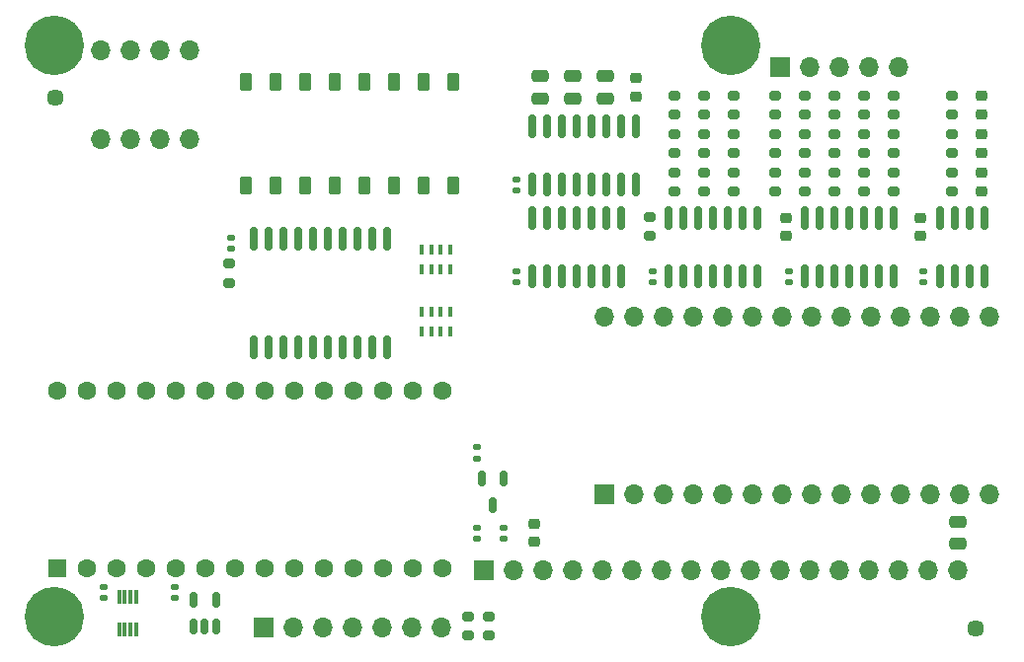
<source format=gbr>
%TF.GenerationSoftware,KiCad,Pcbnew,9.0.0*%
%TF.CreationDate,2025-03-24T16:34:57+00:00*%
%TF.ProjectId,SimplifiedInstallModule,53696d70-6c69-4666-9965-64496e737461,01*%
%TF.SameCoordinates,Original*%
%TF.FileFunction,Soldermask,Top*%
%TF.FilePolarity,Negative*%
%FSLAX46Y46*%
G04 Gerber Fmt 4.6, Leading zero omitted, Abs format (unit mm)*
G04 Created by KiCad (PCBNEW 9.0.0) date 2025-03-24 16:34:57*
%MOMM*%
%LPD*%
G01*
G04 APERTURE LIST*
G04 Aperture macros list*
%AMRoundRect*
0 Rectangle with rounded corners*
0 $1 Rounding radius*
0 $2 $3 $4 $5 $6 $7 $8 $9 X,Y pos of 4 corners*
0 Add a 4 corners polygon primitive as box body*
4,1,4,$2,$3,$4,$5,$6,$7,$8,$9,$2,$3,0*
0 Add four circle primitives for the rounded corners*
1,1,$1+$1,$2,$3*
1,1,$1+$1,$4,$5*
1,1,$1+$1,$6,$7*
1,1,$1+$1,$8,$9*
0 Add four rect primitives between the rounded corners*
20,1,$1+$1,$2,$3,$4,$5,0*
20,1,$1+$1,$4,$5,$6,$7,0*
20,1,$1+$1,$6,$7,$8,$9,0*
20,1,$1+$1,$8,$9,$2,$3,0*%
G04 Aperture macros list end*
%ADD10RoundRect,0.140000X-0.170000X0.140000X-0.170000X-0.140000X0.170000X-0.140000X0.170000X0.140000X0*%
%ADD11RoundRect,0.200000X-0.275000X0.200000X-0.275000X-0.200000X0.275000X-0.200000X0.275000X0.200000X0*%
%ADD12RoundRect,0.150000X0.150000X-0.825000X0.150000X0.825000X-0.150000X0.825000X-0.150000X-0.825000X0*%
%ADD13RoundRect,0.250000X0.475000X-0.250000X0.475000X0.250000X-0.475000X0.250000X-0.475000X-0.250000X0*%
%ADD14RoundRect,0.200000X0.275000X-0.200000X0.275000X0.200000X-0.275000X0.200000X-0.275000X-0.200000X0*%
%ADD15RoundRect,0.150000X0.150000X-0.875000X0.150000X0.875000X-0.150000X0.875000X-0.150000X-0.875000X0*%
%ADD16RoundRect,0.250000X0.550000X-0.550000X0.550000X0.550000X-0.550000X0.550000X-0.550000X-0.550000X0*%
%ADD17C,1.600000*%
%ADD18RoundRect,0.140000X0.170000X-0.140000X0.170000X0.140000X-0.170000X0.140000X-0.170000X-0.140000X0*%
%ADD19RoundRect,0.250000X-0.475000X0.250000X-0.475000X-0.250000X0.475000X-0.250000X0.475000X0.250000X0*%
%ADD20RoundRect,0.218750X-0.256250X0.218750X-0.256250X-0.218750X0.256250X-0.218750X0.256250X0.218750X0*%
%ADD21RoundRect,0.150000X0.150000X-0.512500X0.150000X0.512500X-0.150000X0.512500X-0.150000X-0.512500X0*%
%ADD22C,1.448000*%
%ADD23C,5.100000*%
%ADD24RoundRect,0.150000X-0.150000X0.512500X-0.150000X-0.512500X0.150000X-0.512500X0.150000X0.512500X0*%
%ADD25RoundRect,0.225000X-0.250000X0.225000X-0.250000X-0.225000X0.250000X-0.225000X0.250000X0.225000X0*%
%ADD26R,0.400000X0.900000*%
%ADD27RoundRect,0.225000X0.250000X-0.225000X0.250000X0.225000X-0.250000X0.225000X-0.250000X-0.225000X0*%
%ADD28RoundRect,0.087500X0.087500X-0.537500X0.087500X0.537500X-0.087500X0.537500X-0.087500X-0.537500X0*%
%ADD29RoundRect,0.250000X0.300000X-0.500000X0.300000X0.500000X-0.300000X0.500000X-0.300000X-0.500000X0*%
%ADD30R,1.700000X1.700000*%
%ADD31O,1.700000X1.700000*%
G04 APERTURE END LIST*
D10*
X164292857Y-88433621D03*
X164292857Y-89393621D03*
D11*
X154513857Y-73356621D03*
X154513857Y-75006621D03*
X165689857Y-73356621D03*
X165689857Y-75006621D03*
X173309857Y-79960621D03*
X173309857Y-81610621D03*
D12*
X142321857Y-88848621D03*
X143591857Y-88848621D03*
X144861857Y-88848621D03*
X146131857Y-88848621D03*
X147401857Y-88848621D03*
X148671857Y-88848621D03*
X149941857Y-88848621D03*
X149941857Y-83898621D03*
X148671857Y-83898621D03*
X147401857Y-83898621D03*
X146131857Y-83898621D03*
X144861857Y-83898621D03*
X143591857Y-83898621D03*
X142321857Y-83898621D03*
D13*
X145750857Y-73607621D03*
X145750857Y-71707621D03*
D10*
X152608857Y-88433621D03*
X152608857Y-89393621D03*
D11*
X159593857Y-79960621D03*
X159593857Y-81610621D03*
D10*
X116496857Y-85519621D03*
X116496857Y-86479621D03*
D14*
X170769857Y-81610621D03*
X170769857Y-79960621D03*
X165689857Y-78308621D03*
X165689857Y-76658621D03*
D10*
X140924857Y-80559621D03*
X140924857Y-81519621D03*
D15*
X118401857Y-94967621D03*
X119671857Y-94967621D03*
X120941857Y-94967621D03*
X122211857Y-94967621D03*
X123481857Y-94967621D03*
X124751857Y-94967621D03*
X126021857Y-94967621D03*
X127291857Y-94967621D03*
X128561857Y-94967621D03*
X129831857Y-94967621D03*
X129831857Y-85667621D03*
X128561857Y-85667621D03*
X127291857Y-85667621D03*
X126021857Y-85667621D03*
X124751857Y-85667621D03*
X123481857Y-85667621D03*
X122211857Y-85667621D03*
X120941857Y-85667621D03*
X119671857Y-85667621D03*
X118401857Y-85667621D03*
D16*
X101518861Y-113939621D03*
D17*
X104058861Y-113939621D03*
X106598861Y-113939621D03*
X109138861Y-113939621D03*
X111678861Y-113939621D03*
X114218861Y-113939621D03*
X116758861Y-113939621D03*
X119298861Y-113939621D03*
X121838861Y-113939621D03*
X124378861Y-113939621D03*
X126918861Y-113939621D03*
X129458861Y-113939621D03*
X131998861Y-113939621D03*
X134538861Y-113939621D03*
X134538861Y-98699621D03*
X131998861Y-98699621D03*
X129458861Y-98699621D03*
X126918861Y-98699621D03*
X124378861Y-98699621D03*
X121838861Y-98699621D03*
X119298861Y-98699621D03*
X116758861Y-98699621D03*
X114218861Y-98699621D03*
X111678861Y-98699621D03*
X109138861Y-98699621D03*
X106598861Y-98699621D03*
X104058861Y-98699621D03*
X101518861Y-98699621D03*
D14*
X165689857Y-81610621D03*
X165689857Y-79960621D03*
D18*
X105574857Y-116451621D03*
X105574857Y-115491621D03*
D14*
X159593857Y-78308621D03*
X159593857Y-76658621D03*
X168229857Y-78308621D03*
X168229857Y-76658621D03*
D10*
X137568857Y-110411621D03*
X137568857Y-111371621D03*
D18*
X175849857Y-89393621D03*
X175849857Y-88433621D03*
X111670857Y-116451621D03*
X111670857Y-115491621D03*
D14*
X163149857Y-81610621D03*
X163149857Y-79960621D03*
X154513857Y-78308621D03*
X154513857Y-76658621D03*
D11*
X163149857Y-76658621D03*
X163149857Y-78308621D03*
D10*
X139854857Y-110411621D03*
X139854857Y-111371621D03*
D11*
X178262857Y-73356621D03*
X178262857Y-75006621D03*
D19*
X148544857Y-71707621D03*
X148544857Y-73607621D03*
D11*
X154513857Y-79960621D03*
X154513857Y-81610621D03*
D12*
X154005857Y-88848621D03*
X155275857Y-88848621D03*
X156545857Y-88848621D03*
X157815857Y-88848621D03*
X159085857Y-88848621D03*
X160355857Y-88848621D03*
X161625857Y-88848621D03*
X161625857Y-83898621D03*
X160355857Y-83898621D03*
X159085857Y-83898621D03*
X157815857Y-83898621D03*
X156545857Y-83898621D03*
X155275857Y-83898621D03*
X154005857Y-83898621D03*
D20*
X180802857Y-79998121D03*
X180802857Y-81573121D03*
D21*
X113260857Y-118887121D03*
X114210857Y-118887121D03*
X115160857Y-118887121D03*
X115160857Y-116612121D03*
X113260857Y-116612121D03*
D11*
X163149857Y-73356621D03*
X163149857Y-75006621D03*
D10*
X140924857Y-88433621D03*
X140924857Y-89393621D03*
D13*
X142956857Y-73607621D03*
X142956857Y-71707621D03*
D14*
X178262857Y-78308621D03*
X178262857Y-76658621D03*
D22*
X101391861Y-73561625D03*
D23*
X101290900Y-118059600D03*
D12*
X142321857Y-80974621D03*
X143591857Y-80974621D03*
X144861857Y-80974621D03*
X146131857Y-80974621D03*
X147401857Y-80974621D03*
X148671857Y-80974621D03*
X149941857Y-80974621D03*
X151211857Y-80974621D03*
X151211857Y-76024621D03*
X149941857Y-76024621D03*
X148671857Y-76024621D03*
X147401857Y-76024621D03*
X146131857Y-76024621D03*
X144861857Y-76024621D03*
X143591857Y-76024621D03*
X142321857Y-76024621D03*
D24*
X139862857Y-106191121D03*
X137962857Y-106191121D03*
X138912857Y-108466121D03*
D25*
X164038857Y-83820621D03*
X164038857Y-85370621D03*
D26*
X135222857Y-86546621D03*
X134422857Y-86546621D03*
X133622857Y-86546621D03*
X132822857Y-86546621D03*
X132822857Y-88246621D03*
X133622857Y-88246621D03*
X134422857Y-88246621D03*
X135222857Y-88246621D03*
D20*
X180802857Y-76696121D03*
X180802857Y-78271121D03*
D14*
X173309857Y-78308621D03*
X173309857Y-76658621D03*
D12*
X165689857Y-88848621D03*
X166959857Y-88848621D03*
X168229857Y-88848621D03*
X169499857Y-88848621D03*
X170769857Y-88848621D03*
X172039857Y-88848621D03*
X173309857Y-88848621D03*
X173309857Y-83898621D03*
X172039857Y-83898621D03*
X170769857Y-83898621D03*
X169499857Y-83898621D03*
X168229857Y-83898621D03*
X166959857Y-83898621D03*
X165689857Y-83898621D03*
D20*
X151211857Y-71870121D03*
X151211857Y-73445121D03*
D23*
X159290857Y-69059621D03*
D22*
X180290900Y-119059621D03*
D12*
X177246857Y-88848621D03*
X178516857Y-88848621D03*
X179786857Y-88848621D03*
X181056857Y-88848621D03*
X181056857Y-83898621D03*
X179786857Y-83898621D03*
X178516857Y-83898621D03*
X177246857Y-83898621D03*
D23*
X101290790Y-69059560D03*
D14*
X138594857Y-119717621D03*
X138594857Y-118067621D03*
D18*
X137568857Y-104506621D03*
X137568857Y-103546621D03*
D14*
X157053857Y-78308621D03*
X157053857Y-76658621D03*
X159593857Y-75006621D03*
X159593857Y-73356621D03*
X157053857Y-75006621D03*
X157053857Y-73356621D03*
D11*
X116306857Y-87771621D03*
X116306857Y-89421621D03*
X173309857Y-73356621D03*
X173309857Y-75006621D03*
D14*
X170769857Y-78308621D03*
X170769857Y-76658621D03*
D11*
X157053857Y-79960621D03*
X157053857Y-81610621D03*
D27*
X142468857Y-111659621D03*
X142468857Y-110109621D03*
D25*
X175595857Y-83820621D03*
X175595857Y-85370621D03*
D11*
X178262857Y-79960621D03*
X178262857Y-81610621D03*
D13*
X178790857Y-111841621D03*
X178790857Y-109941621D03*
D26*
X135222857Y-91880621D03*
X134422857Y-91880621D03*
X133622857Y-91880621D03*
X132822857Y-91880621D03*
X132822857Y-93580621D03*
X133622857Y-93580621D03*
X134422857Y-93580621D03*
X135222857Y-93580621D03*
D28*
X106856857Y-119149621D03*
X107356857Y-119149621D03*
X107856857Y-119149621D03*
X108356857Y-119149621D03*
X108356857Y-116349621D03*
X107856857Y-116349621D03*
X107356857Y-116349621D03*
X106856857Y-116349621D03*
D23*
X159290857Y-118059621D03*
D20*
X180802857Y-73394121D03*
X180802857Y-74969121D03*
D14*
X136816857Y-119717621D03*
X136816857Y-118067621D03*
D11*
X170769857Y-73356621D03*
X170769857Y-75006621D03*
D29*
X117766857Y-81051621D03*
X120306857Y-81051621D03*
X122846857Y-81051621D03*
X125386857Y-81051621D03*
X127926857Y-81051621D03*
X130466857Y-81051621D03*
X133006857Y-81051621D03*
X135546857Y-81051621D03*
X135546857Y-72151621D03*
X133006857Y-72151621D03*
X130466857Y-72151621D03*
X127926857Y-72151621D03*
X125386857Y-72151621D03*
X122846857Y-72151621D03*
X120306857Y-72151621D03*
X117766857Y-72151621D03*
D14*
X152354857Y-85420621D03*
X152354857Y-83770621D03*
D11*
X168229857Y-79960621D03*
X168229857Y-81610621D03*
X168229857Y-73356621D03*
X168229857Y-75006621D03*
D30*
X119290857Y-119019621D03*
D31*
X121830857Y-119019621D03*
X124370857Y-119019621D03*
X126910857Y-119019621D03*
X129450857Y-119019621D03*
X131990857Y-119019621D03*
X134530857Y-119019621D03*
D30*
X148500857Y-107589621D03*
D31*
X151040857Y-107589621D03*
X153580857Y-107589621D03*
X156120857Y-107589621D03*
X158660857Y-107589621D03*
X161200857Y-107589621D03*
X163740857Y-107589621D03*
X166280857Y-107589621D03*
X168820857Y-107589621D03*
X171360857Y-107589621D03*
X173900857Y-107589621D03*
X176440857Y-107589621D03*
X178980857Y-107589621D03*
X181520857Y-107589621D03*
X112940857Y-69489621D03*
X110400857Y-69489621D03*
X107860857Y-69489621D03*
X105320857Y-69489621D03*
D30*
X138150857Y-114059621D03*
D31*
X140690857Y-114059621D03*
X143230857Y-114059621D03*
X145770857Y-114059621D03*
X148310857Y-114059621D03*
X150850857Y-114059621D03*
X153390857Y-114059621D03*
X155930857Y-114059621D03*
X158470857Y-114059621D03*
X161010857Y-114059621D03*
X163550857Y-114059621D03*
X166090857Y-114059621D03*
X168630857Y-114059621D03*
X171170857Y-114059621D03*
X173710857Y-114059621D03*
X176250857Y-114059621D03*
X178790857Y-114059621D03*
X105320857Y-77109621D03*
X107860857Y-77109621D03*
X110400857Y-77109621D03*
X112940857Y-77109621D03*
X181520857Y-92349621D03*
X178980857Y-92349621D03*
X176440857Y-92349621D03*
X173900857Y-92349621D03*
X171360857Y-92349621D03*
X168820857Y-92349621D03*
X166280857Y-92349621D03*
X163740857Y-92349621D03*
X161200857Y-92349621D03*
X158660857Y-92349621D03*
X156120857Y-92349621D03*
X153580857Y-92349621D03*
X151040857Y-92349621D03*
X148500857Y-92349621D03*
D30*
X163550857Y-70879621D03*
D31*
X166090857Y-70879621D03*
X168630857Y-70879621D03*
X171170857Y-70879621D03*
X173710857Y-70879621D03*
M02*

</source>
